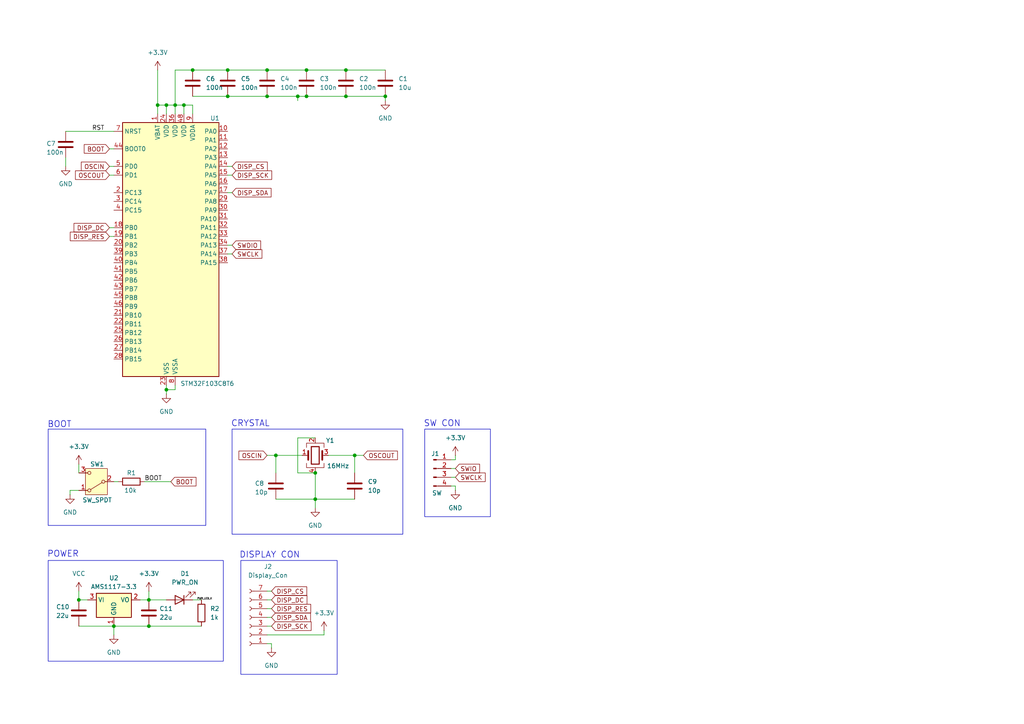
<source format=kicad_sch>
(kicad_sch (version 20231120) (generator "eeschema") (generator_version "8.0")
  (paper "A4")
  (lib_symbols
    (symbol "Connector:Conn_01x04_Pin" (pin_names (offset 1.016) hide)
      (property "Reference" "J" (at 0 5.08 0))
      (property "Value" "Conn_01x04_Pin" (at 0 -7.62 0))
      (symbol "Conn_01x04_Pin_1_1"
        (polyline (pts (xy 1.27 -5.08) (xy 0.8636 -5.08)) (stroke (width 0.1524)))
        (polyline (pts (xy 1.27 -2.54) (xy 0.8636 -2.54)) (stroke (width 0.1524)))
        (polyline (pts (xy 1.27 0) (xy 0.8636 0)) (stroke (width 0.1524)))
        (polyline (pts (xy 1.27 2.54) (xy 0.8636 2.54)) (stroke (width 0.1524)))
        (rectangle (start 0.8636 -4.953) (end 0 -5.207) (stroke (width 0.1524)) (fill (type outline)))
        (rectangle (start 0.8636 -2.413) (end 0 -2.667) (stroke (width 0.1524)) (fill (type outline)))
        (rectangle (start 0.8636 0.127) (end 0 -0.127) (stroke (width 0.1524)) (fill (type outline)))
        (rectangle (start 0.8636 2.667) (end 0 2.413) (stroke (width 0.1524)) (fill (type outline)))
        (pin passive line (at 5.08 2.54 180) (length 3.81) (name "Pin_1") (number "1"))
        (pin passive line (at 5.08 0 180) (length 3.81) (name "Pin_2") (number "2"))
        (pin passive line (at 5.08 -2.54 180) (length 3.81) (name "Pin_3") (number "3"))
        (pin passive line (at 5.08 -5.08 180) (length 3.81) (name "Pin_4") (number "4"))
      )
    )
    (symbol "Connector:Conn_01x07_Socket" (pin_names (offset 1.016) hide)
      (property "Reference" "J" (at 0 10.16 0))
      (property "Value" "Conn_01x07_Socket" (at 0 -10.16 0))
      (symbol "Conn_01x07_Socket_1_1"
        (arc (start 0 -7.112) (mid -0.5058 -7.62) (end 0 -8.128) (stroke (width 0.1524)))
        (arc (start 0 -4.572) (mid -0.5058 -5.08) (end 0 -5.588) (stroke (width 0.1524)))
        (arc (start 0 -2.032) (mid -0.5058 -2.54) (end 0 -3.048) (stroke (width 0.1524)))
        (polyline (pts (xy -1.27 -7.62) (xy -0.508 -7.62)) (stroke (width 0.1524)))
        (polyline (pts (xy -1.27 -5.08) (xy -0.508 -5.08)) (stroke (width 0.1524)))
        (polyline (pts (xy -1.27 -2.54) (xy -0.508 -2.54)) (stroke (width 0.1524)))
        (polyline (pts (xy -1.27 0) (xy -0.508 0)) (stroke (width 0.1524)))
        (polyline (pts (xy -1.27 2.54) (xy -0.508 2.54)) (stroke (width 0.1524)))
        (polyline (pts (xy -1.27 5.08) (xy -0.508 5.08)) (stroke (width 0.1524)))
        (polyline (pts (xy -1.27 7.62) (xy -0.508 7.62)) (stroke (width 0.1524)))
        (arc (start 0 0.508) (mid -0.5058 0) (end 0 -0.508) (stroke (width 0.1524)))
        (arc (start 0 3.048) (mid -0.5058 2.54) (end 0 2.032) (stroke (width 0.1524)))
        (arc (start 0 5.588) (mid -0.5058 5.08) (end 0 4.572) (stroke (width 0.1524)))
        (arc (start 0 8.128) (mid -0.5058 7.62) (end 0 7.112) (stroke (width 0.1524)))
        (pin passive line (at -5.08 7.62 0) (length 3.81) (name "Pin_1") (number "1"))
        (pin passive line (at -5.08 5.08 0) (length 3.81) (name "Pin_2") (number "2"))
        (pin passive line (at -5.08 2.54 0) (length 3.81) (name "Pin_3") (number "3"))
        (pin passive line (at -5.08 0 0) (length 3.81) (name "Pin_4") (number "4"))
        (pin passive line (at -5.08 -2.54 0) (length 3.81) (name "Pin_5") (number "5"))
        (pin passive line (at -5.08 -5.08 0) (length 3.81) (name "Pin_6") (number "6"))
        (pin passive line (at -5.08 -7.62 0) (length 3.81) (name "Pin_7") (number "7"))
      )
    )
    (symbol "Device:C" (pin_numbers hide) (pin_names (offset 0.254))
      (property "Reference" "C" (at 0.635 2.54 0))
      (property "Value" "C" (at 0.635 -2.54 0))
      (symbol "C_0_1"
        (polyline (pts (xy -2.032 -0.762) (xy 2.032 -0.762)) (stroke (width 0.508)))
        (polyline (pts (xy -2.032 0.762) (xy 2.032 0.762)) (stroke (width 0.508)))
      )
      (symbol "C_1_1"
        (pin passive line (at 0 3.81 270) (length 2.794) (name "~") (number "1"))
        (pin passive line (at 0 -3.81 90) (length 2.794) (name "~") (number "2"))
      )
    )
    (symbol "Device:Crystal_GND24" (pin_names (offset 1.016) hide)
      (property "Reference" "Y" (at 3.175 5.08 0))
      (property "Value" "Crystal_GND24" (at 3.175 3.175 0))
      (symbol "Crystal_GND24_0_1"
        (rectangle (start -1.143 2.54) (end 1.143 -2.54) (stroke (width 0.3048)))
        (polyline (pts (xy -2.54 0) (xy -2.032 0)))
        (polyline (pts (xy -2.032 -1.27) (xy -2.032 1.27)) (stroke (width 0.508)))
        (polyline (pts (xy 0 -3.81) (xy 0 -3.556)))
        (polyline (pts (xy 0 3.556) (xy 0 3.81)))
        (polyline (pts (xy 2.032 -1.27) (xy 2.032 1.27)) (stroke (width 0.508)))
        (polyline (pts (xy 2.032 0) (xy 2.54 0)))
        (polyline (pts (xy -2.54 -2.286) (xy -2.54 -3.556) (xy 2.54 -3.556) (xy 2.54 -2.286)))
        (polyline (pts (xy -2.54 2.286) (xy -2.54 3.556) (xy 2.54 3.556) (xy 2.54 2.286)))
      )
      (symbol "Crystal_GND24_1_1"
        (pin passive line (at -3.81 0 0) (length 1.27) (name "1") (number "1"))
        (pin passive line (at 0 5.08 270) (length 1.27) (name "2") (number "2"))
        (pin passive line (at 3.81 0 180) (length 1.27) (name "3") (number "3"))
        (pin passive line (at 0 -5.08 90) (length 1.27) (name "4") (number "4"))
      )
    )
    (symbol "Device:LED" (pin_numbers hide) (pin_names (offset 1.016) hide)
      (property "Reference" "D" (at 0 2.54 0))
      (property "Value" "LED" (at 0 -2.54 0))
      (symbol "LED_0_1"
        (polyline (pts (xy -1.27 -1.27) (xy -1.27 1.27)) (stroke (width 0.254)))
        (polyline (pts (xy -1.27 0) (xy 1.27 0)))
        (polyline (pts (xy 1.27 -1.27) (xy 1.27 1.27) (xy -1.27 0) (xy 1.27 -1.27)) (stroke (width 0.254)))
        (polyline (pts (xy -3.048 -0.762) (xy -4.572 -2.286) (xy -3.81 -2.286) (xy -4.572 -2.286) (xy -4.572 -1.524)))
        (polyline (pts (xy -1.778 -0.762) (xy -3.302 -2.286) (xy -2.54 -2.286) (xy -3.302 -2.286) (xy -3.302 -1.524)))
      )
      (symbol "LED_1_1"
        (pin passive line (at -3.81 0 0) (length 2.54) (name "K") (number "1"))
        (pin passive line (at 3.81 0 180) (length 2.54) (name "A") (number "2"))
      )
    )
    (symbol "Device:R" (pin_numbers hide) (pin_names (offset 0))
      (property "Reference" "R" (at 2.032 0 90))
      (property "Value" "R" (at 0 0 90))
      (symbol "R_0_1"
        (rectangle (start -1.016 -2.54) (end 1.016 2.54) (stroke (width 0.254)))
      )
      (symbol "R_1_1"
        (pin passive line (at 0 3.81 270) (length 1.27) (name "~") (number "1"))
        (pin passive line (at 0 -3.81 90) (length 1.27) (name "~") (number "2"))
      )
    )
    (symbol "MCU_ST_STM32F1:STM32F103C8Tx"
      (property "Reference" "U" (at -12.7 39.37 0))
      (property "Value" "STM32F103C8Tx" (at 10.16 39.37 0))
      (symbol "STM32F103C8Tx_0_1"
        (rectangle (start -12.7 -35.56) (end 15.24 38.1) (stroke (width 0.254)) (fill (type background)))
      )
      (symbol "STM32F103C8Tx_1_1"
        (pin power_in line (at -2.54 40.64 270) (length 2.54) (name "VBAT") (number "1"))
        (pin bidirectional line (at 17.78 35.56 180) (length 2.54) (name "PA0") (number "10"))
        (pin bidirectional line (at 17.78 33.02 180) (length 2.54) (name "PA1") (number "11"))
        (pin bidirectional line (at 17.78 30.48 180) (length 2.54) (name "PA2") (number "12"))
        (pin bidirectional line (at 17.78 27.94 180) (length 2.54) (name "PA3") (number "13"))
        (pin bidirectional line (at 17.78 25.4 180) (length 2.54) (name "PA4") (number "14"))
        (pin bidirectional line (at 17.78 22.86 180) (length 2.54) (name "PA5") (number "15"))
        (pin bidirectional line (at 17.78 20.32 180) (length 2.54) (name "PA6") (number "16"))
        (pin bidirectional line (at 17.78 17.78 180) (length 2.54) (name "PA7") (number "17"))
        (pin bidirectional line (at -15.24 7.62 0) (length 2.54) (name "PB0") (number "18"))
        (pin bidirectional line (at -15.24 5.08 0) (length 2.54) (name "PB1") (number "19"))
        (pin bidirectional line (at -15.24 17.78 0) (length 2.54) (name "PC13") (number "2"))
        (pin bidirectional line (at -15.24 2.54 0) (length 2.54) (name "PB2") (number "20"))
        (pin bidirectional line (at -15.24 -17.78 0) (length 2.54) (name "PB10") (number "21"))
        (pin bidirectional line (at -15.24 -20.32 0) (length 2.54) (name "PB11") (number "22"))
        (pin power_in line (at 0 -38.1 90) (length 2.54) (name "VSS") (number "23"))
        (pin power_in line (at 0 40.64 270) (length 2.54) (name "VDD") (number "24"))
        (pin bidirectional line (at -15.24 -22.86 0) (length 2.54) (name "PB12") (number "25"))
        (pin bidirectional line (at -15.24 -25.4 0) (length 2.54) (name "PB13") (number "26"))
        (pin bidirectional line (at -15.24 -27.94 0) (length 2.54) (name "PB14") (number "27"))
        (pin bidirectional line (at -15.24 -30.48 0) (length 2.54) (name "PB15") (number "28"))
        (pin bidirectional line (at 17.78 15.24 180) (length 2.54) (name "PA8") (number "29"))
        (pin bidirectional line (at -15.24 15.24 0) (length 2.54) (name "PC14") (number "3"))
        (pin bidirectional line (at 17.78 12.7 180) (length 2.54) (name "PA9") (number "30"))
        (pin bidirectional line (at 17.78 10.16 180) (length 2.54) (name "PA10") (number "31"))
        (pin bidirectional line (at 17.78 7.62 180) (length 2.54) (name "PA11") (number "32"))
        (pin bidirectional line (at 17.78 5.08 180) (length 2.54) (name "PA12") (number "33"))
        (pin bidirectional line (at 17.78 2.54 180) (length 2.54) (name "PA13") (number "34"))
        (pin passive line (at 0 -38.1 90) (length 2.54) hide (name "VSS") (number "35"))
        (pin power_in line (at 2.54 40.64 270) (length 2.54) (name "VDD") (number "36"))
        (pin bidirectional line (at 17.78 0 180) (length 2.54) (name "PA14") (number "37"))
        (pin bidirectional line (at 17.78 -2.54 180) (length 2.54) (name "PA15") (number "38"))
        (pin bidirectional line (at -15.24 0 0) (length 2.54) (name "PB3") (number "39"))
        (pin bidirectional line (at -15.24 12.7 0) (length 2.54) (name "PC15") (number "4"))
        (pin bidirectional line (at -15.24 -2.54 0) (length 2.54) (name "PB4") (number "40"))
        (pin bidirectional line (at -15.24 -5.08 0) (length 2.54) (name "PB5") (number "41"))
        (pin bidirectional line (at -15.24 -7.62 0) (length 2.54) (name "PB6") (number "42"))
        (pin bidirectional line (at -15.24 -10.16 0) (length 2.54) (name "PB7") (number "43"))
        (pin input line (at -15.24 30.48 0) (length 2.54) (name "BOOT0") (number "44"))
        (pin bidirectional line (at -15.24 -12.7 0) (length 2.54) (name "PB8") (number "45"))
        (pin bidirectional line (at -15.24 -15.24 0) (length 2.54) (name "PB9") (number "46"))
        (pin passive line (at 0 -38.1 90) (length 2.54) hide (name "VSS") (number "47"))
        (pin power_in line (at 5.08 40.64 270) (length 2.54) (name "VDD") (number "48"))
        (pin bidirectional line (at -15.24 25.4 0) (length 2.54) (name "PD0") (number "5"))
        (pin bidirectional line (at -15.24 22.86 0) (length 2.54) (name "PD1") (number "6"))
        (pin input line (at -15.24 35.56 0) (length 2.54) (name "NRST") (number "7"))
        (pin power_in line (at 2.54 -38.1 90) (length 2.54) (name "VSSA") (number "8"))
        (pin power_in line (at 7.62 40.64 270) (length 2.54) (name "VDDA") (number "9"))
      )
    )
    (symbol "Regulator_Linear:AMS1117-3.3"
      (property "Reference" "U" (at -3.81 3.175 0))
      (property "Value" "AMS1117-3.3" (at 0 3.175 0))
      (symbol "AMS1117-3.3_0_1"
        (rectangle (start -5.08 -5.08) (end 5.08 1.905) (stroke (width 0.254)) (fill (type background)))
      )
      (symbol "AMS1117-3.3_1_1"
        (pin power_in line (at 0 -7.62 90) (length 2.54) (name "GND") (number "1"))
        (pin power_out line (at 7.62 0 180) (length 2.54) (name "VO") (number "2"))
        (pin power_in line (at -7.62 0 0) (length 2.54) (name "VI") (number "3"))
      )
    )
    (symbol "Switch:SW_SPDT" (pin_names (offset 0) hide)
      (property "Reference" "SW" (at 0 5.08 0))
      (property "Value" "SW_SPDT" (at 0 -5.08 0))
      (symbol "SW_SPDT_0_1"
        (circle (center -2.032 0) (radius 0.4572))
        (polyline (pts (xy -1.651 0.254) (xy 1.651 2.286)))
        (circle (center 2.032 -2.54) (radius 0.4572))
        (circle (center 2.032 2.54) (radius 0.4572))
      )
      (symbol "SW_SPDT_1_1"
        (rectangle (start -3.175 3.81) (end 3.175 -3.81) (fill (type background)))
        (pin passive line (at 5.08 2.54 180) (length 2.54) (name "A") (number "1"))
        (pin passive line (at -5.08 0 0) (length 2.54) (name "B") (number "2"))
        (pin passive line (at 5.08 -2.54 180) (length 2.54) (name "C") (number "3"))
      )
    )
    (symbol "power:+3.3V" (power) (pin_numbers hide) (pin_names (offset 0) hide)
      (property "Value" "+3.3V" (at 0 3.556 0))
      (symbol "+3.3V_0_1"
        (polyline (pts (xy -0.762 1.27) (xy 0 2.54)))
        (polyline (pts (xy 0 0) (xy 0 2.54)))
        (polyline (pts (xy 0 2.54) (xy 0.762 1.27)))
      )
      (symbol "+3.3V_1_1"
        (pin power_in line (at 0 0 90) (length 0) (name "~") (number "1"))
      )
    )
    (symbol "power:GND" (power) (pin_numbers hide) (pin_names (offset 0) hide)
      (property "Value" "GND" (at 0 -3.81 0))
      (symbol "GND_0_1"
        (polyline (pts (xy 0 0) (xy 0 -1.27) (xy 1.27 -1.27) (xy 0 -2.54) (xy -1.27 -1.27) (xy 0 -1.27)))
      )
      (symbol "GND_1_1"
        (pin power_in line (at 0 0 270) (length 0) (name "~") (number "1"))
      )
    )
    (symbol "power:VCC" (power) (pin_numbers hide) (pin_names (offset 0) hide)
      (property "Value" "VCC" (at 0 3.556 0))
      (symbol "VCC_0_1"
        (polyline (pts (xy -0.762 1.27) (xy 0 2.54)))
        (polyline (pts (xy 0 0) (xy 0 2.54)))
        (polyline (pts (xy 0 2.54) (xy 0.762 1.27)))
      )
      (symbol "VCC_1_1"
        (pin power_in line (at 0 0 90) (length 0) (name "~") (number "1"))
      )
    )
  )
  (junction (at 22.86 173.99))
  (junction (at 55.88 20.32))
  (junction (at 77.47 27.94))
  (junction (at 102.87 132.08))
  (junction (at 48.26 113.03))
  (junction (at 88.9 20.32))
  (junction (at 111.76 27.94))
  (junction (at 86.36 27.94))
  (junction (at 80.01 132.08))
  (junction (at 48.26 30.48))
  (junction (at 43.18 181.61))
  (junction (at 88.9 27.94))
  (junction (at 100.33 20.32))
  (junction (at 91.44 137.16))
  (junction (at 77.47 20.32))
  (junction (at 33.02 181.61))
  (junction (at 50.8 30.48))
  (junction (at 100.33 27.94))
  (junction (at 45.72 30.48))
  (junction (at 53.34 30.48))
  (junction (at 66.04 20.32))
  (junction (at 43.18 173.99))
  (junction (at 66.04 27.94))
  (junction (at 91.44 144.78))
  (wire (pts (xy 48.26 30.48) (xy 48.26 33.02)))
  (wire (pts (xy 55.88 30.48) (xy 53.34 30.48)))
  (wire (pts (xy 45.72 20.32) (xy 45.72 30.48)))
  (wire (pts (xy 130.81 135.89) (xy 132.08 135.89)))
  (wire (pts (xy 31.75 66.04) (xy 33.02 66.04)))
  (wire (pts (xy 100.33 27.94) (xy 111.76 27.94)))
  (wire (pts (xy 95.25 132.08) (xy 102.87 132.08)))
  (wire (pts (xy 100.33 20.32) (xy 111.76 20.32)))
  (wire (pts (xy 93.98 184.15) (xy 77.47 184.15)))
  (wire (pts (xy 86.36 127) (xy 86.36 137.16)))
  (wire (pts (xy 91.44 137.16) (xy 91.44 144.78)))
  (wire (pts (xy 50.8 113.03) (xy 50.8 111.76)))
  (wire (pts (xy 45.72 30.48) (xy 48.26 30.48)))
  (wire (pts (xy 77.47 27.94) (xy 66.04 27.94)))
  (wire (pts (xy 43.18 173.99) (xy 48.26 173.99)))
  (wire (pts (xy 132.08 140.97) (xy 130.81 140.97)))
  (wire (pts (xy 50.8 30.48) (xy 50.8 33.02)))
  (wire (pts (xy 22.86 181.61) (xy 33.02 181.61)))
  (wire (pts (xy 78.74 186.69) (xy 77.47 186.69)))
  (wire (pts (xy 48.26 111.76) (xy 48.26 113.03)))
  (wire (pts (xy 41.91 139.7) (xy 49.53 139.7)))
  (wire (pts (xy 48.26 113.03) (xy 48.26 114.3)))
  (wire (pts (xy 31.75 48.26) (xy 33.02 48.26)))
  (wire (pts (xy 66.04 48.26) (xy 67.31 48.26)))
  (wire (pts (xy 66.04 73.66) (xy 67.31 73.66)))
  (wire (pts (xy 80.01 144.78) (xy 91.44 144.78)))
  (wire (pts (xy 48.26 113.03) (xy 50.8 113.03)))
  (wire (pts (xy 77.47 176.53) (xy 78.74 176.53)))
  (wire (pts (xy 19.05 45.72) (xy 19.05 48.26)))
  (wire (pts (xy 55.88 20.32) (xy 66.04 20.32)))
  (wire (pts (xy 130.81 133.35) (xy 132.08 133.35)))
  (wire (pts (xy 19.05 38.1) (xy 33.02 38.1)))
  (wire (pts (xy 48.26 30.48) (xy 50.8 30.48)))
  (wire (pts (xy 66.04 55.88) (xy 67.31 55.88)))
  (wire (pts (xy 102.87 132.08) (xy 105.41 132.08)))
  (wire (pts (xy 22.86 171.45) (xy 22.86 173.99)))
  (wire (pts (xy 132.08 133.35) (xy 132.08 132.08)))
  (wire (pts (xy 22.86 142.24) (xy 20.32 142.24)))
  (wire (pts (xy 91.44 144.78) (xy 91.44 147.32)))
  (wire (pts (xy 66.04 71.12) (xy 67.31 71.12)))
  (wire (pts (xy 43.18 181.61) (xy 58.42 181.61)))
  (wire (pts (xy 53.34 30.48) (xy 53.34 33.02)))
  (wire (pts (xy 111.76 27.94) (xy 111.76 29.21)))
  (wire (pts (xy 86.36 137.16) (xy 91.44 137.16)))
  (wire (pts (xy 31.75 43.18) (xy 33.02 43.18)))
  (wire (pts (xy 55.88 20.32) (xy 50.8 20.32)))
  (wire (pts (xy 55.88 27.94) (xy 66.04 27.94)))
  (wire (pts (xy 33.02 139.7) (xy 34.29 139.7)))
  (wire (pts (xy 77.47 171.45) (xy 78.74 171.45)))
  (wire (pts (xy 45.72 30.48) (xy 45.72 33.02)))
  (wire (pts (xy 33.02 181.61) (xy 43.18 181.61)))
  (wire (pts (xy 66.04 20.32) (xy 77.47 20.32)))
  (wire (pts (xy 55.88 173.99) (xy 58.42 173.99)))
  (wire (pts (xy 43.18 171.45) (xy 43.18 173.99)))
  (wire (pts (xy 77.47 132.08) (xy 80.01 132.08)))
  (wire (pts (xy 91.44 144.78) (xy 102.87 144.78)))
  (wire (pts (xy 132.08 142.24) (xy 132.08 140.97)))
  (wire (pts (xy 130.81 138.43) (xy 132.08 138.43)))
  (wire (pts (xy 22.86 173.99) (xy 25.4 173.99)))
  (wire (pts (xy 55.88 33.02) (xy 55.88 30.48)))
  (wire (pts (xy 102.87 132.08) (xy 102.87 137.16)))
  (wire (pts (xy 31.75 68.58) (xy 33.02 68.58)))
  (wire (pts (xy 50.8 20.32) (xy 50.8 30.48)))
  (wire (pts (xy 93.98 182.88) (xy 93.98 184.15)))
  (wire (pts (xy 77.47 179.07) (xy 78.74 179.07)))
  (wire (pts (xy 50.8 30.48) (xy 53.34 30.48)))
  (wire (pts (xy 100.33 27.94) (xy 88.9 27.94)))
  (wire (pts (xy 66.04 50.8) (xy 67.31 50.8)))
  (wire (pts (xy 31.75 50.8) (xy 33.02 50.8)))
  (wire (pts (xy 80.01 132.08) (xy 87.63 132.08)))
  (wire (pts (xy 77.47 173.99) (xy 78.74 173.99)))
  (wire (pts (xy 78.74 187.96) (xy 78.74 186.69)))
  (wire (pts (xy 33.02 181.61) (xy 33.02 184.15)))
  (wire (pts (xy 86.36 29.21) (xy 86.36 27.94)))
  (wire (pts (xy 22.86 134.62) (xy 22.86 137.16)))
  (wire (pts (xy 40.64 173.99) (xy 43.18 173.99)))
  (wire (pts (xy 86.36 27.94) (xy 77.47 27.94)))
  (wire (pts (xy 77.47 20.32) (xy 88.9 20.32)))
  (wire (pts (xy 20.32 142.24) (xy 20.32 143.51)))
  (wire (pts (xy 86.36 127) (xy 91.44 127)))
  (wire (pts (xy 88.9 20.32) (xy 100.33 20.32)))
  (wire (pts (xy 88.9 27.94) (xy 86.36 27.94)))
  (wire (pts (xy 80.01 132.08) (xy 80.01 137.16)))
  (wire (pts (xy 77.47 181.61) (xy 78.74 181.61)))
  (rectangle (start 13.97 124.46) (end 59.69 152.4))
  (rectangle (start 69.85 162.56) (end 97.79 195.58))
  (rectangle (start 67.31 124.46) (end 116.84 154.94))
  (rectangle (start 13.97 162.56) (end 64.77 191.77))
  (rectangle (start 123.19 124.46) (end 142.24 149.86))
  (text "CRYSTAL\n" (at 72.644 122.936 0) (effects (font (size 1.778 1.778))))
  (text "BOOT" (at 17.272 123.19 0) (effects (font (size 1.778 1.778))))
  (text "POWER" (at 18.288 160.782 0) (effects (font (size 1.778 1.778))))
  (text "DISPLAY CON" (at 78.232 161.036 0) (effects (font (size 1.778 1.778))))
  (text "SW CON" (at 128.27 122.936 0) (effects (font (size 1.778 1.778))))
  (label "PWR_LED_K" (at 57.15 173.99 0) (effects (font (size 0.508 0.508))))
  (label "RST" (at 26.67 38.1 0))
  (label "BOOT" (at 41.91 139.7 0))
  (global_label "DISP_CS" (shape input) (at 78.74 171.45 0) (property "Intersheetrefs" "${INTERSHEET_REFS}" (effects (hide yes))))
  (global_label "SWDIO" (shape input) (at 67.31 71.12 0) (property "Intersheetrefs" "${INTERSHEET_REFS}" (effects (hide yes))))
  (global_label "DISP_RES" (shape input) (at 78.74 176.53 0) (property "Intersheetrefs" "${INTERSHEET_REFS}" (effects (hide yes))))
  (global_label "DISP_SCK" (shape input) (at 67.31 50.8 0) (property "Intersheetrefs" "${INTERSHEET_REFS}" (effects (hide yes))))
  (global_label "DISP_DC" (shape input) (at 31.75 66.04 180) (property "Intersheetrefs" "${INTERSHEET_REFS}" (effects (hide yes))))
  (global_label "SWIO" (shape input) (at 132.08 135.89 0) (property "Intersheetrefs" "${INTERSHEET_REFS}" (effects (hide yes))))
  (global_label "BOOT" (shape input) (at 49.53 139.7 0) (property "Intersheetrefs" "${INTERSHEET_REFS}" (effects (hide yes))))
  (global_label "OSCOUT" (shape input) (at 105.41 132.08 0) (property "Intersheetrefs" "${INTERSHEET_REFS}" (effects (hide yes))))
  (global_label "DISP_CS" (shape input) (at 67.31 48.26 0) (property "Intersheetrefs" "${INTERSHEET_REFS}" (effects (hide yes))))
  (global_label "BOOT" (shape input) (at 31.75 43.18 180) (property "Intersheetrefs" "${INTERSHEET_REFS}" (effects (hide yes))))
  (global_label "SWCLK" (shape input) (at 132.08 138.43 0) (property "Intersheetrefs" "${INTERSHEET_REFS}" (effects (hide yes))))
  (global_label "DISP_DC" (shape input) (at 78.74 173.99 0) (property "Intersheetrefs" "${INTERSHEET_REFS}" (effects (hide yes))))
  (global_label "DISP_RES" (shape input) (at 31.75 68.58 180) (property "Intersheetrefs" "${INTERSHEET_REFS}" (effects (hide yes))))
  (global_label "DISP_SCK" (shape input) (at 78.74 181.61 0) (property "Intersheetrefs" "${INTERSHEET_REFS}" (effects (hide yes))))
  (global_label "OSCIN" (shape input) (at 77.47 132.08 180) (property "Intersheetrefs" "${INTERSHEET_REFS}" (effects (hide yes))))
  (global_label "DISP_SDA" (shape input) (at 78.74 179.07 0) (property "Intersheetrefs" "${INTERSHEET_REFS}" (effects (hide yes))))
  (global_label "OSCIN" (shape input) (at 31.75 48.26 180) (property "Intersheetrefs" "${INTERSHEET_REFS}" (effects (hide yes))))
  (global_label "SWCLK" (shape input) (at 67.31 73.66 0) (property "Intersheetrefs" "${INTERSHEET_REFS}" (effects (hide yes))))
  (global_label "DISP_SDA" (shape input) (at 67.31 55.88 0) (property "Intersheetrefs" "${INTERSHEET_REFS}" (effects (hide yes))))
  (global_label "OSCOUT" (shape input) (at 31.75 50.8 180) (property "Intersheetrefs" "${INTERSHEET_REFS}" (effects (hide yes))))
  (symbol (lib_id "Switch:SW_SPDT") (at 27.94 139.7 180) (unit 1)
    (property "Reference" "SW1" (at 28.194 134.62 0))
    (property "Value" "SW_SPDT" (at 28.194 145.034 0))
    (property "Description" "Switch, single pole double throw" (effects (hide yes)))
  )
  (symbol (lib_id "Device:R") (at 58.42 177.8 0) (unit 1)
    (property "Reference" "R2" (at 60.96 176.5299 0) (effects (justify left)))
    (property "Value" "1k" (at 60.96 179.0699 0) (effects (justify left)))
    (property "Description" "Resistor" (effects (hide yes)))
  )
  (symbol (lib_id "power:+3.3V") (at 93.98 182.88 0) (unit 1)
    (property "Reference" "#PWR014" (effects (hide yes)))
    (property "Value" "+3.3V" (at 93.98 177.8 0))
    (property "Description" "Power symbol creates a global label with name \"+3.3V\"" (effects (hide yes)))
  )
  (symbol (lib_id "power:GND") (at 20.32 143.51 0) (unit 1)
    (property "Reference" "#PWR05" (effects (hide yes)))
    (property "Value" "GND" (at 20.32 148.59 0))
    (property "Description" "Power symbol creates a global label with name \"GND\" , ground" (effects (hide yes)))
  )
  (symbol (lib_id "Device:C") (at 77.47 24.13 0) (unit 1)
    (property "Reference" "C4" (at 81.28 22.8599 0) (effects (justify left)))
    (property "Value" "100n" (at 81.28 25.3999 0) (effects (justify left)))
    (property "Description" "Unpolarized capacitor" (effects (hide yes)))
  )
  (symbol (lib_id "power:GND") (at 91.44 147.32 0) (unit 1)
    (property "Reference" "#PWR07" (effects (hide yes)))
    (property "Value" "GND" (at 91.44 152.4 0))
    (property "Description" "Power symbol creates a global label with name \"GND\" , ground" (effects (hide yes)))
  )
  (symbol (lib_id "power:+3.3V") (at 132.08 132.08 0) (unit 1)
    (property "Reference" "#PWR08" (effects (hide yes)))
    (property "Value" "+3.3V" (at 132.08 127 0))
    (property "Description" "Power symbol creates a global label with name \"+3.3V\"" (effects (hide yes)))
  )
  (symbol (lib_id "Device:Crystal_GND24") (at 91.44 132.08 0) (unit 1)
    (property "Reference" "Y1" (at 95.758 127.762 0))
    (property "Value" "16MHz" (at 98.044 135.128 0))
    (property "Description" "Four pin crystal, GND on pins 2 and 4" (effects (hide yes)))
  )
  (symbol (lib_id "power:GND") (at 33.02 184.15 0) (unit 1)
    (property "Reference" "#PWR010" (effects (hide yes)))
    (property "Value" "GND" (at 33.02 189.23 0))
    (property "Description" "Power symbol creates a global label with name \"GND\" , ground" (effects (hide yes)))
  )
  (symbol (lib_id "power:GND") (at 19.05 48.26 0) (unit 1)
    (property "Reference" "#PWR04" (effects (hide yes)))
    (property "Value" "GND" (at 19.05 53.34 0))
    (property "Description" "Power symbol creates a global label with name \"GND\" , ground" (effects (hide yes)))
  )
  (symbol (lib_id "Connector:Conn_01x04_Pin") (at 125.73 135.89 0) (unit 1)
    (property "Reference" "J1" (at 126.238 131.572 0))
    (property "Value" "SW" (at 126.746 143.002 0))
    (property "Description" "Generic connector, single row, 01x04, script generated" (effects (hide yes)))
  )
  (symbol (lib_id "power:GND") (at 111.76 29.21 0) (unit 1)
    (property "Reference" "#PWR03" (effects (hide yes)))
    (property "Value" "GND" (at 111.76 34.29 0))
    (property "Description" "Power symbol creates a global label with name \"GND\" , ground" (effects (hide yes)))
  )
  (symbol (lib_id "Device:C") (at 22.86 177.8 0) (unit 1)
    (property "Reference" "C10" (at 16.256 176.0219 0) (effects (justify left)))
    (property "Value" "22u" (at 16.256 178.562 0) (effects (justify left)))
    (property "Description" "Unpolarized capacitor" (effects (hide yes)))
  )
  (symbol (lib_id "MCU_ST_STM32F1:STM32F103C8Tx") (at 48.26 73.66 0) (unit 1)
    (property "Reference" "U1" (at 60.96 34.29 0) (effects (justify left)))
    (property "Value" "STM32F103C8T6" (at 52.324 111.252 0) (effects (justify left)))
    (property "Footprint" "Package_QFP:LQFP-48_7x7mm_P0.5mm" (effects (hide yes)))
    (property "Datasheet" "https://www.st.com/resource/en/datasheet/stm32f103c8.pdf" (effects (hide yes)))
    (property "Description" "STMicroelectronics Arm Cortex-M3 MCU, 64KB flash, 20KB RAM, 72 MHz, 2.0-3.6V, 37 GPIO, LQFP48" (effects (hide yes)))
  )
  (symbol (lib_id "Regulator_Linear:AMS1117-3.3") (at 33.02 173.99 0) (unit 1)
    (property "Reference" "U2" (at 33.02 167.64 0))
    (property "Value" "AMS1117-3.3" (at 33.02 170.18 0))
    (property "Footprint" "Package_TO_SOT_SMD:SOT-223-3_TabPin2" (effects (hide yes)))
    (property "Datasheet" "http://www.advanced-monolithic.com/pdf/ds1117.pdf" (effects (hide yes)))
    (property "Description" "1A Low Dropout regulator, positive, 3.3V fixed output, SOT-223" (effects (hide yes)))
  )
  (symbol (lib_id "power:+3.3V") (at 43.18 171.45 0) (unit 1)
    (property "Reference" "#PWR012" (effects (hide yes)))
    (property "Value" "+3.3V" (at 43.18 166.37 0))
    (property "Description" "Power symbol creates a global label with name \"+3.3V\"" (effects (hide yes)))
  )
  (symbol (lib_id "Device:C") (at 100.33 24.13 0) (unit 1)
    (property "Reference" "C2" (at 104.14 22.8599 0) (effects (justify left)))
    (property "Value" "100n" (at 104.14 25.3999 0) (effects (justify left)))
    (property "Description" "Unpolarized capacitor" (effects (hide yes)))
  )
  (symbol (lib_id "Device:C") (at 66.04 24.13 0) (unit 1)
    (property "Reference" "C5" (at 69.85 22.8599 0) (effects (justify left)))
    (property "Value" "100n" (at 69.85 25.3999 0) (effects (justify left)))
    (property "Description" "Unpolarized capacitor" (effects (hide yes)))
  )
  (symbol (lib_id "power:GND") (at 132.08 142.24 0) (unit 1)
    (property "Reference" "#PWR09" (effects (hide yes)))
    (property "Value" "GND" (at 132.08 147.32 0))
    (property "Description" "Power symbol creates a global label with name \"GND\" , ground" (effects (hide yes)))
  )
  (symbol (lib_id "power:GND") (at 48.26 114.3 0) (unit 1)
    (property "Reference" "#PWR01" (effects (hide yes)))
    (property "Value" "GND" (at 48.26 119.38 0))
    (property "Description" "Power symbol creates a global label with name \"GND\" , ground" (effects (hide yes)))
  )
  (symbol (lib_id "power:+3.3V") (at 22.86 134.62 0) (unit 1)
    (property "Reference" "#PWR06" (effects (hide yes)))
    (property "Value" "+3.3V" (at 22.86 129.54 0))
    (property "Description" "Power symbol creates a global label with name \"+3.3V\"" (effects (hide yes)))
  )
  (symbol (lib_id "power:+3.3V") (at 45.72 20.32 0) (unit 1)
    (property "Reference" "#PWR02" (effects (hide yes)))
    (property "Value" "+3.3V" (at 45.72 15.24 0))
    (property "Description" "Power symbol creates a global label with name \"+3.3V\"" (effects (hide yes)))
  )
  (symbol (lib_id "power:VCC") (at 22.86 171.45 0) (unit 1)
    (property "Reference" "#PWR011" (effects (hide yes)))
    (property "Value" "VCC" (at 22.86 166.37 0))
    (property "Description" "Power symbol creates a global label with name \"VCC\"" (effects (hide yes)))
  )
  (symbol (lib_id "Device:R") (at 38.1 139.7 90) (unit 1)
    (property "Reference" "R1" (at 38.1 137.16 90))
    (property "Value" "10k" (at 37.846 142.24 90))
    (property "Description" "Resistor" (effects (hide yes)))
  )
  (symbol (lib_id "Device:C") (at 55.88 24.13 0) (unit 1)
    (property "Reference" "C6" (at 59.69 22.8599 0) (effects (justify left)))
    (property "Value" "100n" (at 59.69 25.3999 0) (effects (justify left)))
    (property "Description" "Unpolarized capacitor" (effects (hide yes)))
  )
  (symbol (lib_id "Device:C") (at 19.05 41.91 0) (unit 1)
    (property "Reference" "C7" (at 13.462 41.656 0) (effects (justify left)))
    (property "Value" "100n" (at 13.462 44.196 0) (effects (justify left)))
    (property "Description" "Unpolarized capacitor" (effects (hide yes)))
  )
  (symbol (lib_id "Device:C") (at 88.9 24.13 0) (unit 1)
    (property "Reference" "C3" (at 92.71 22.8599 0) (effects (justify left)))
    (property "Value" "100n" (at 92.71 25.3999 0) (effects (justify left)))
    (property "Description" "Unpolarized capacitor" (effects (hide yes)))
  )
  (symbol (lib_id "Device:C") (at 102.87 140.97 0) (unit 1)
    (property "Reference" "C9" (at 106.68 139.6999 0) (effects (justify left)))
    (property "Value" "10p" (at 106.68 142.2399 0) (effects (justify left)))
    (property "Description" "Unpolarized capacitor" (effects (hide yes)))
  )
  (symbol (lib_id "Device:C") (at 43.18 177.8 0) (unit 1)
    (property "Reference" "C11" (at 46.228 176.53 0) (effects (justify left)))
    (property "Value" "22u" (at 46.228 179.07 0) (effects (justify left)))
    (property "Description" "Unpolarized capacitor" (effects (hide yes)))
  )
  (symbol (lib_id "power:GND") (at 78.74 187.96 0) (unit 1)
    (property "Reference" "#PWR013" (effects (hide yes)))
    (property "Value" "GND" (at 78.74 193.04 0))
    (property "Description" "Power symbol creates a global label with name \"GND\" , ground" (effects (hide yes)))
  )
  (symbol (lib_id "Device:C") (at 80.01 140.97 0) (unit 1)
    (property "Reference" "C8" (at 73.914 140.208 0) (effects (justify left)))
    (property "Value" "10p" (at 73.914 142.748 0) (effects (justify left)))
    (property "Description" "Unpolarized capacitor" (effects (hide yes)))
  )
  (symbol (lib_id "Connector:Conn_01x07_Socket") (at 72.39 179.07 180) (unit 1)
    (property "Reference" "J2" (at 77.724 164.338 0))
    (property "Value" "Display_Con" (at 77.724 166.878 0))
    (property "Description" "Generic connector, single row, 01x07, script generated" (effects (hide yes)))
  )
  (symbol (lib_id "Device:LED") (at 52.07 173.99 180) (unit 1)
    (property "Reference" "D1" (at 53.6575 166.37 0))
    (property "Value" "PWR_ON" (at 53.6575 168.91 0))
    (property "Description" "Light emitting diode" (effects (hide yes)))
  )
  (symbol (lib_id "Device:C") (at 111.76 24.13 0) (unit 1)
    (property "Reference" "C1" (at 115.57 22.8599 0) (effects (justify left)))
    (property "Value" "10u" (at 115.57 25.3999 0) (effects (justify left)))
    (property "Description" "Unpolarized capacitor" (effects (hide yes)))
  )
)
</source>
